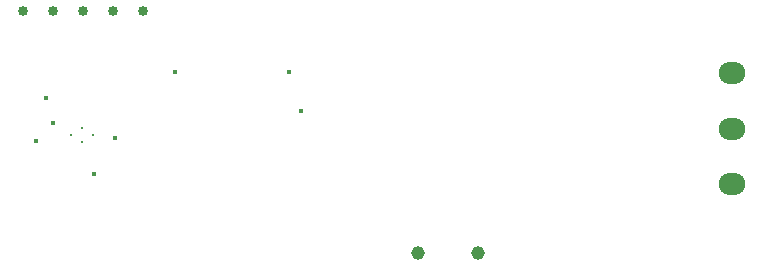
<source format=gbr>
%TF.GenerationSoftware,Altium Limited,Altium Designer,24.0.1 (36)*%
G04 Layer_Color=0*
%FSLAX45Y45*%
%MOMM*%
%TF.SameCoordinates,B6A77970-8F51-4162-B198-D5255F9352F6*%
%TF.FilePolarity,Positive*%
%TF.FileFunction,Plated,1,2,PTH,Drill*%
%TF.Part,Single*%
G01*
G75*
%TA.AperFunction,ComponentDrill*%
%ADD64O,2.25000X1.85000*%
%ADD65C,0.20000*%
%ADD66C,1.15000*%
%ADD67C,0.85000*%
%TA.AperFunction,ViaDrill,NotFilled*%
%ADD68C,0.40000*%
D64*
X7000000Y1970000D02*
D03*
Y1500000D02*
D03*
Y1030000D02*
D03*
D65*
X1405000Y1450000D02*
D03*
X1500000Y1507500D02*
D03*
Y1392500D02*
D03*
X1595000Y1450000D02*
D03*
D66*
X4346000Y450000D02*
D03*
X4854000D02*
D03*
D67*
X1000000Y2500000D02*
D03*
X2016000D02*
D03*
X1762000D02*
D03*
X1508000D02*
D03*
X1254000D02*
D03*
D68*
X1193800Y1765300D02*
D03*
X1104900Y1397000D02*
D03*
X1778000Y1422400D02*
D03*
X1596058Y1116100D02*
D03*
X3251200Y1981200D02*
D03*
X2286000D02*
D03*
X3350000Y1650000D02*
D03*
X1250000Y1550000D02*
D03*
%TF.MD5,50186b14021193dcaacfada5a1e813d1*%
M02*

</source>
